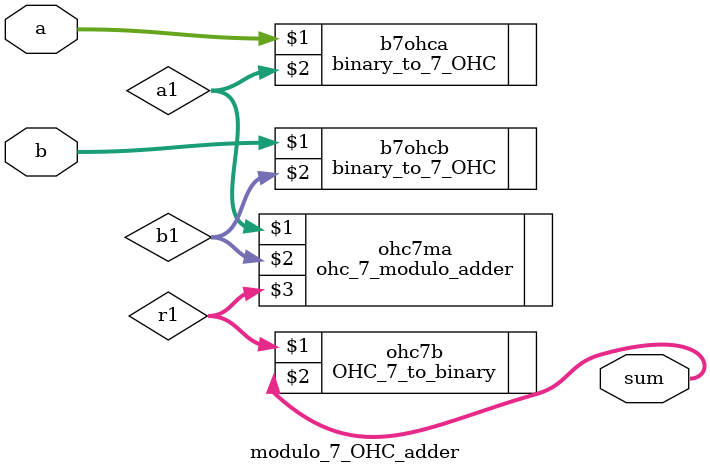
<source format=v>
`timescale 1ns / 1ps
module modulo_7_OHC_adder(a,b,sum);
    input [3:1]a,b;
    output [3:1]sum;
    wire [6:0]a1,b1,r1;
    binary_to_7_OHC b7ohca(a,a1);
    binary_to_7_OHC b7ohcb(b,b1);
    ohc_7_modulo_adder ohc7ma(a1,b1,r1);
    OHC_7_to_binary ohc7b(r1,sum);
endmodule

</source>
